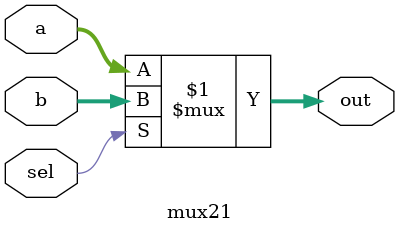
<source format=v>

module mux21#(parameter WIDTH = 8)
(
	input [WIDTH-1:0]a,
	input [WIDTH-1:0]b,
	input sel,
	output [WIDTH-1:0] out
);

assign out = sel ? b:a;

endmodule
</source>
